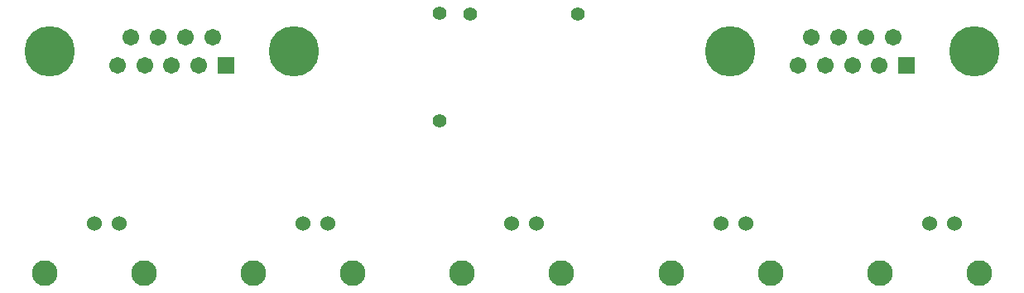
<source format=gbr>
G04*
G04 #@! TF.GenerationSoftware,Altium Limited,Altium Designer,22.11.1 (43)*
G04*
G04 Layer_Color=16711935*
%FSLAX25Y25*%
%MOIN*%
G70*
G04*
G04 #@! TF.SameCoordinates,2508BC3E-BDE3-465E-931E-0E6F767F2DAF*
G04*
G04*
G04 #@! TF.FilePolarity,Negative*
G04*
G01*
G75*
%ADD21C,0.06000*%
%ADD22C,0.10300*%
%ADD23C,0.06706*%
%ADD24R,0.06706X0.06706*%
%ADD25C,0.20288*%
%ADD26C,0.05524*%
D21*
X232197Y249000D02*
D03*
X242197D02*
D03*
X400399D02*
D03*
X410399D02*
D03*
X316298D02*
D03*
X326298D02*
D03*
X148096D02*
D03*
X158096D02*
D03*
X484500D02*
D03*
X494500D02*
D03*
D22*
X252197Y229000D02*
D03*
X212197D02*
D03*
X420399D02*
D03*
X380399D02*
D03*
X336298D02*
D03*
X296298D02*
D03*
X168096D02*
D03*
X128096D02*
D03*
X504500D02*
D03*
X464500D02*
D03*
D23*
X469665Y324000D02*
D03*
X458759D02*
D03*
X447854D02*
D03*
X436948D02*
D03*
X431496Y312819D02*
D03*
X442401D02*
D03*
X453307D02*
D03*
X464212D02*
D03*
X195648Y324000D02*
D03*
X184742D02*
D03*
X173837D02*
D03*
X162931D02*
D03*
X157478Y312819D02*
D03*
X168384D02*
D03*
X179289D02*
D03*
X190195D02*
D03*
D24*
X475118D02*
D03*
X201100D02*
D03*
D25*
X502500Y318409D02*
D03*
X404114D02*
D03*
X228482D02*
D03*
X130096D02*
D03*
D26*
X287000Y290347D02*
D03*
Y333653D02*
D03*
X299346Y333500D02*
D03*
X342653D02*
D03*
M02*

</source>
